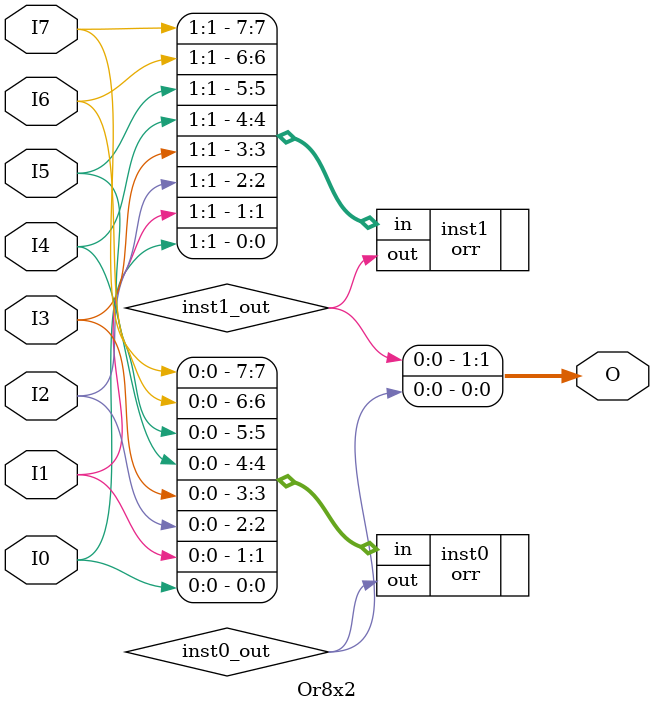
<source format=v>
module Or8x2 (input [1:0] I0, input [1:0] I1, input [1:0] I2, input [1:0] I3, input [1:0] I4, input [1:0] I5, input [1:0] I6, input [1:0] I7, output [1:0] O);
wire  inst0_out;
wire  inst1_out;
orr inst0 (.in({I7[0],I6[0],I5[0],I4[0],I3[0],I2[0],I1[0],I0[0]}), .out(inst0_out));
orr inst1 (.in({I7[1],I6[1],I5[1],I4[1],I3[1],I2[1],I1[1],I0[1]}), .out(inst1_out));
assign O = {inst1_out,inst0_out};
endmodule


</source>
